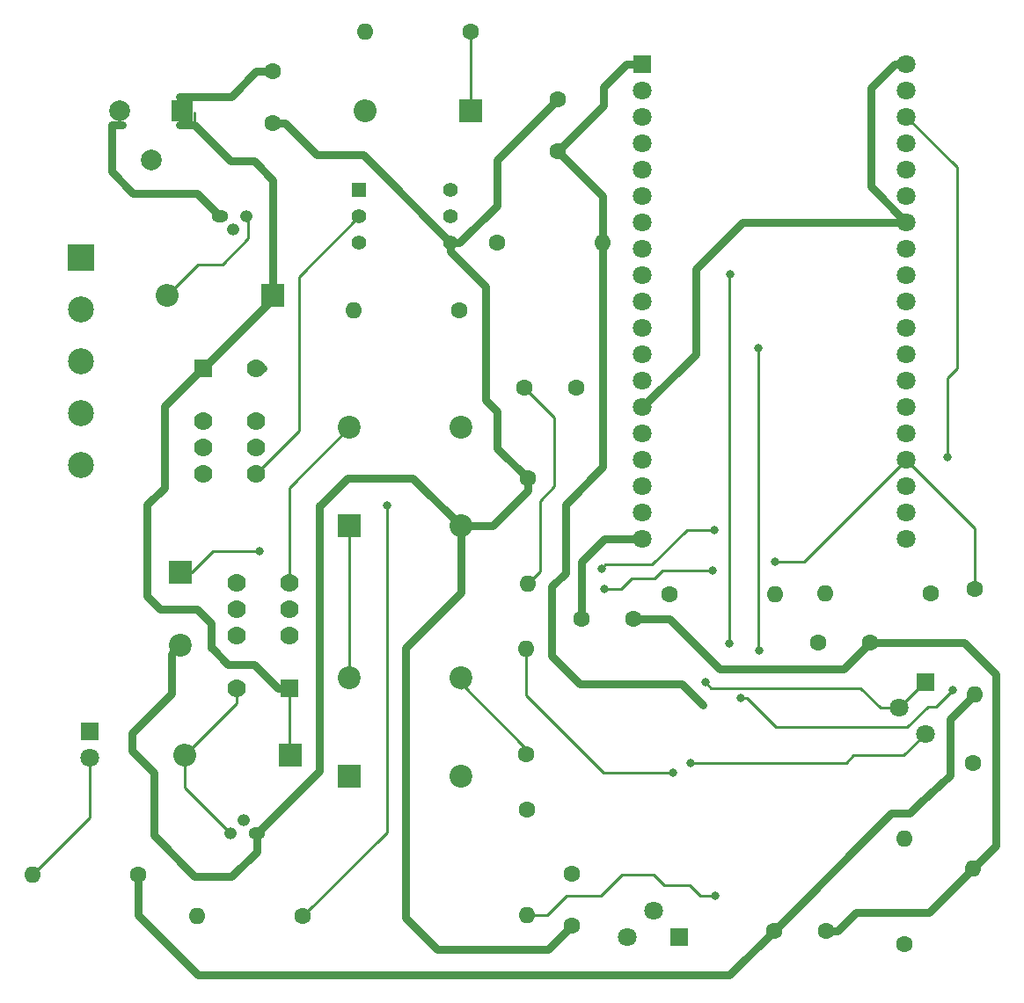
<source format=gbl>
G04 #@! TF.GenerationSoftware,KiCad,Pcbnew,5.1.6-c6e7f7d~87~ubuntu18.04.1*
G04 #@! TF.CreationDate,2020-07-18T23:18:46+02:00*
G04 #@! TF.ProjectId,interfonoRemoto,696e7465-7266-46f6-9e6f-52656d6f746f,A1*
G04 #@! TF.SameCoordinates,Original*
G04 #@! TF.FileFunction,Copper,L2,Bot*
G04 #@! TF.FilePolarity,Positive*
%FSLAX46Y46*%
G04 Gerber Fmt 4.6, Leading zero omitted, Abs format (unit mm)*
G04 Created by KiCad (PCBNEW 5.1.6-c6e7f7d~87~ubuntu18.04.1) date 2020-07-18 23:18:46*
%MOMM*%
%LPD*%
G01*
G04 APERTURE LIST*
G04 #@! TA.AperFunction,ComponentPad*
%ADD10C,1.778000*%
G04 #@! TD*
G04 #@! TA.AperFunction,ComponentPad*
%ADD11R,1.778000X1.778000*%
G04 #@! TD*
G04 #@! TA.AperFunction,ComponentPad*
%ADD12O,1.200000X1.200000*%
G04 #@! TD*
G04 #@! TA.AperFunction,ComponentPad*
%ADD13O,1.600000X1.200000*%
G04 #@! TD*
G04 #@! TA.AperFunction,ComponentPad*
%ADD14R,2.000000X2.000000*%
G04 #@! TD*
G04 #@! TA.AperFunction,ComponentPad*
%ADD15C,2.000000*%
G04 #@! TD*
G04 #@! TA.AperFunction,ComponentPad*
%ADD16C,1.600000*%
G04 #@! TD*
G04 #@! TA.AperFunction,ComponentPad*
%ADD17O,2.200000X2.200000*%
G04 #@! TD*
G04 #@! TA.AperFunction,ComponentPad*
%ADD18R,2.200000X2.200000*%
G04 #@! TD*
G04 #@! TA.AperFunction,ComponentPad*
%ADD19C,1.800000*%
G04 #@! TD*
G04 #@! TA.AperFunction,ComponentPad*
%ADD20R,1.800000X1.800000*%
G04 #@! TD*
G04 #@! TA.AperFunction,ComponentPad*
%ADD21R,2.500000X2.500000*%
G04 #@! TD*
G04 #@! TA.AperFunction,ComponentPad*
%ADD22C,2.500000*%
G04 #@! TD*
G04 #@! TA.AperFunction,ComponentPad*
%ADD23O,1.600000X1.600000*%
G04 #@! TD*
G04 #@! TA.AperFunction,ComponentPad*
%ADD24C,2.200000*%
G04 #@! TD*
G04 #@! TA.AperFunction,ComponentPad*
%ADD25C,1.400000*%
G04 #@! TD*
G04 #@! TA.AperFunction,ComponentPad*
%ADD26R,1.400000X1.400000*%
G04 #@! TD*
G04 #@! TA.AperFunction,ViaPad*
%ADD27C,0.800000*%
G04 #@! TD*
G04 #@! TA.AperFunction,Conductor*
%ADD28C,0.250000*%
G04 #@! TD*
G04 #@! TA.AperFunction,Conductor*
%ADD29C,0.750000*%
G04 #@! TD*
G04 APERTURE END LIST*
D10*
X54853800Y-147025000D03*
X54853800Y-141945000D03*
X54853800Y-139405000D03*
X54853800Y-136865000D03*
X59933800Y-136865000D03*
X59933800Y-139405000D03*
X59933800Y-141945000D03*
D11*
X59933800Y-147025000D03*
D10*
X56776600Y-116218000D03*
X56776600Y-121298000D03*
X56776600Y-123838000D03*
X56776600Y-126378000D03*
X51696600Y-126378000D03*
X51696600Y-123838000D03*
X51696600Y-121298000D03*
D11*
X51696600Y-116218000D03*
D12*
X55852100Y-101600000D03*
X54582100Y-102870000D03*
D13*
X53312100Y-101600000D03*
D12*
X54272200Y-161056000D03*
X55542200Y-159786000D03*
D13*
X56812200Y-161056000D03*
D14*
X49652100Y-91440000D03*
D15*
X43652100Y-91440000D03*
X46652100Y-96140000D03*
D16*
X82602100Y-118110000D03*
X87602100Y-118110000D03*
X93070000Y-140360000D03*
X88070000Y-140360000D03*
X85808800Y-90303300D03*
X85808800Y-95303300D03*
X111580000Y-170400000D03*
X106580000Y-170400000D03*
X87150000Y-164890000D03*
X87150000Y-169890000D03*
X58392100Y-92630000D03*
X58392100Y-87630000D03*
X110840000Y-142680000D03*
X115840000Y-142680000D03*
D17*
X49865000Y-153500000D03*
D18*
X60025000Y-153500000D03*
D17*
X67282100Y-91440000D03*
D18*
X77442100Y-91440000D03*
D17*
X48232100Y-109220000D03*
D18*
X58392100Y-109220000D03*
D19*
X40718700Y-153706000D03*
D20*
X40718700Y-151166000D03*
D21*
X39922100Y-105570000D03*
D22*
X39922100Y-110570000D03*
X39922100Y-125570000D03*
X39922100Y-120570000D03*
X39922100Y-115570000D03*
D23*
X67282100Y-83820000D03*
D16*
X77442100Y-83820000D03*
D23*
X51117500Y-169004000D03*
D16*
X61277500Y-169004000D03*
D23*
X90142100Y-104140000D03*
D16*
X79982100Y-104140000D03*
D23*
X82923400Y-137010000D03*
D16*
X82923400Y-126850000D03*
D23*
X82783700Y-143223000D03*
D16*
X82783700Y-153383000D03*
D23*
X82820000Y-168910000D03*
D16*
X82820000Y-158750000D03*
D23*
X66110000Y-110690000D03*
D16*
X76270000Y-110690000D03*
D23*
X111510000Y-137890000D03*
D16*
X121670000Y-137890000D03*
D23*
X119180000Y-161530000D03*
D16*
X119180000Y-171690000D03*
D23*
X35260000Y-164970000D03*
D16*
X45420000Y-164970000D03*
D23*
X125950000Y-147610000D03*
D16*
X125950000Y-137450000D03*
D23*
X125722000Y-164445000D03*
D16*
X125722000Y-154285000D03*
D20*
X97500000Y-171000000D03*
D19*
X95000000Y-168460000D03*
X92500000Y-171000000D03*
D20*
X121150000Y-146450000D03*
D19*
X118610000Y-148950000D03*
X121150000Y-151450000D03*
D24*
X49502100Y-142900000D03*
D18*
X49502100Y-135890000D03*
D24*
X76442100Y-155550000D03*
D18*
X65742100Y-155550000D03*
D24*
X76442100Y-146050000D03*
X65742100Y-146050000D03*
X76442100Y-131420000D03*
D18*
X65742100Y-131420000D03*
D24*
X76442100Y-121920000D03*
X65742100Y-121920000D03*
D25*
X75492100Y-99060000D03*
X75492100Y-101600000D03*
X75492100Y-104140000D03*
X66692100Y-104140000D03*
X66692100Y-101600000D03*
D26*
X66692100Y-99060000D03*
D19*
X119352000Y-132640000D03*
X119352000Y-130100000D03*
X119352000Y-127560000D03*
X119352000Y-125020000D03*
X119352000Y-122480000D03*
X119352000Y-119940000D03*
X119352000Y-117400000D03*
X119352000Y-114860000D03*
X119352000Y-112320000D03*
X119352000Y-109780000D03*
X119352000Y-107240000D03*
X119352000Y-104700000D03*
X119352000Y-102160000D03*
X119352000Y-99620000D03*
X119352000Y-97080000D03*
X119352000Y-94540000D03*
X119352000Y-92000000D03*
X119352000Y-89460000D03*
X119352000Y-86920000D03*
X93952000Y-130100000D03*
X93952000Y-127560000D03*
X93952000Y-125020000D03*
X93952000Y-122480000D03*
X93952000Y-119940000D03*
X93952000Y-117400000D03*
X93952000Y-114860000D03*
X93952000Y-112320000D03*
X93952000Y-109780000D03*
X93952000Y-107240000D03*
X93952000Y-104700000D03*
X93952000Y-102160000D03*
X93952000Y-99620000D03*
X93952000Y-97080000D03*
X93952000Y-94540000D03*
X93952000Y-92000000D03*
X93952000Y-132640000D03*
X93952000Y-89460000D03*
D20*
X93952000Y-86920000D03*
D23*
X106690000Y-137970000D03*
D16*
X96530000Y-137970000D03*
D27*
X89990000Y-135510000D03*
X100850000Y-131780000D03*
X101350000Y-145175000D03*
X99800000Y-148700000D03*
X69355750Y-129474250D03*
X96875000Y-155200000D03*
X100925000Y-167075000D03*
X100000000Y-146500000D03*
X57130000Y-133870000D03*
X90300000Y-137530000D03*
X100680000Y-135680000D03*
X106735001Y-134894999D03*
X103400000Y-148000000D03*
X123800000Y-147200000D03*
X98575000Y-154225000D03*
X102370000Y-107200000D03*
X102340000Y-142770000D03*
X105130000Y-114320000D03*
X105140000Y-143389200D03*
X123275000Y-124825000D03*
D28*
X90389999Y-135110001D02*
X94869999Y-135110001D01*
X89990000Y-135510000D02*
X90389999Y-135110001D01*
X94869999Y-135110001D02*
X98200000Y-131780000D01*
X98200000Y-131780000D02*
X100850000Y-131780000D01*
X100850000Y-131780000D02*
X100850000Y-131780000D01*
X85480000Y-120987900D02*
X82602100Y-118110000D01*
X85480000Y-127620000D02*
X85480000Y-120987900D01*
X82923400Y-137010000D02*
X84108000Y-135825400D01*
X84108000Y-128992000D02*
X85480000Y-127620000D01*
X84108000Y-135825400D02*
X84108000Y-128992000D01*
X93952000Y-119940000D02*
X93952100Y-119940000D01*
D29*
X119352000Y-102160000D02*
X111732000Y-102160000D01*
D28*
X43477100Y-91614900D02*
X43477100Y-90965100D01*
X43477100Y-91914900D02*
X43477100Y-91614900D01*
D29*
X116800000Y-168642000D02*
X121525000Y-168642000D01*
X121525000Y-168642000D02*
X125722000Y-164445000D01*
X82923400Y-126850000D02*
X82923400Y-127982000D01*
X82923400Y-127982000D02*
X79484900Y-131420000D01*
X79484900Y-131420000D02*
X76442100Y-131420000D01*
X75492100Y-104140000D02*
X75492100Y-104989000D01*
X75492100Y-104989000D02*
X78840000Y-108336000D01*
X78840000Y-108336000D02*
X78840000Y-119280000D01*
X78840000Y-119280000D02*
X79980000Y-120420000D01*
X79980000Y-120420000D02*
X79980000Y-123907000D01*
X79980000Y-123907000D02*
X82923400Y-126850000D01*
X75492100Y-104140000D02*
X76340600Y-104140000D01*
X76340600Y-104140000D02*
X79940000Y-100541000D01*
X79940000Y-100541000D02*
X79940000Y-96172200D01*
X79940000Y-96172200D02*
X85808800Y-90303300D01*
D28*
X43652100Y-91440000D02*
X43477100Y-91614900D01*
X43477100Y-91614900D02*
X43477100Y-91914900D01*
X43652100Y-91440000D02*
X43652100Y-91914900D01*
X43652100Y-91914900D02*
X43477100Y-91914900D01*
X85008800Y-91103300D02*
X85808800Y-90303300D01*
D29*
X118248914Y-86920000D02*
X115920000Y-89248914D01*
X119352000Y-86920000D02*
X118248914Y-86920000D01*
X115920000Y-98728000D02*
X119352000Y-102160000D01*
X115920000Y-89248914D02*
X115920000Y-98728000D01*
X84865000Y-172175000D02*
X87150000Y-169890000D01*
X76442100Y-131420000D02*
X76442100Y-137828000D01*
X76442100Y-137828000D02*
X71150000Y-143120000D01*
X71150000Y-169140000D02*
X74230000Y-172220000D01*
X74230000Y-172220000D02*
X84820000Y-172220000D01*
X71150000Y-143120000D02*
X71150000Y-169140000D01*
X84820000Y-172220000D02*
X84865000Y-172175000D01*
X59523400Y-92630000D02*
X58392100Y-92630000D01*
X62573400Y-95680000D02*
X59523400Y-92630000D01*
X67040000Y-95680000D02*
X62573400Y-95680000D01*
X67800000Y-96440000D02*
X67040000Y-95680000D01*
X67800000Y-96447900D02*
X67800000Y-96440000D01*
X75492100Y-104140000D02*
X67800000Y-96447900D01*
X43913900Y-92815100D02*
X42913900Y-92815100D01*
X42850000Y-92751200D02*
X42850000Y-97290000D01*
X42850000Y-97290000D02*
X44930000Y-99370000D01*
X42913900Y-92815100D02*
X42850000Y-92751200D01*
X65590000Y-126790000D02*
X71812100Y-126790000D01*
X62910000Y-129470000D02*
X65590000Y-126790000D01*
X71812100Y-126790000D02*
X76442100Y-131420000D01*
X62850000Y-129470000D02*
X62910000Y-129470000D01*
X111732100Y-170247900D02*
X111580000Y-170400000D01*
X114469370Y-168642000D02*
X116800000Y-168642000D01*
X112711370Y-170400000D02*
X114469370Y-168642000D01*
X111580000Y-170400000D02*
X112711370Y-170400000D01*
X127950000Y-145780000D02*
X127950000Y-162217000D01*
X127950000Y-162217000D02*
X125722000Y-164445000D01*
X127990000Y-145740000D02*
X127950000Y-145780000D01*
X115840000Y-142680000D02*
X124930000Y-142680000D01*
X124930000Y-142680000D02*
X127990000Y-145740000D01*
X99046036Y-114846036D02*
X99046036Y-106693964D01*
X99046036Y-114846036D02*
X93952100Y-119940000D01*
X103580000Y-102160000D02*
X111732000Y-102160000D01*
X99046036Y-106693964D02*
X103580000Y-102160000D01*
X113475000Y-145000000D02*
X115840000Y-142680000D01*
X113300000Y-145175000D02*
X113475000Y-145000000D01*
X101350000Y-145175000D02*
X113300000Y-145175000D01*
X96535000Y-140360000D02*
X93070000Y-140360000D01*
X101350000Y-145175000D02*
X96535000Y-140360000D01*
X51082100Y-99370000D02*
X53312100Y-101600000D01*
X44930000Y-99370000D02*
X51082100Y-99370000D01*
X56819000Y-161056000D02*
X62850000Y-155025000D01*
X56812200Y-161056000D02*
X56819000Y-161056000D01*
X62850000Y-155025000D02*
X62850000Y-154900000D01*
X62850000Y-154900000D02*
X62850000Y-129470000D01*
X48651100Y-143751000D02*
X49502100Y-142900000D01*
X44800000Y-151380000D02*
X48651100Y-147529000D01*
X44800000Y-153090000D02*
X44800000Y-151380000D01*
X48651100Y-147529000D02*
X48651100Y-143751000D01*
X56812200Y-162762800D02*
X54404000Y-165171000D01*
X56812200Y-161056000D02*
X56812200Y-162762800D01*
X50827500Y-165171000D02*
X46890000Y-161233000D01*
X46890000Y-161233000D02*
X46890000Y-155180000D01*
X54404000Y-165171000D02*
X50827500Y-165171000D01*
X46890000Y-155180000D02*
X44800000Y-153090000D01*
X50798000Y-92815100D02*
X49390300Y-92815100D01*
X56593500Y-96283500D02*
X54266500Y-96283500D01*
X54266500Y-96283500D02*
X50798000Y-92815100D01*
D28*
X50798000Y-91565900D02*
X50798000Y-92815100D01*
D29*
X52299000Y-90064900D02*
X49390300Y-90064900D01*
X58392100Y-87630000D02*
X56780700Y-87630000D01*
X56780700Y-87630000D02*
X54345800Y-90064900D01*
X54345800Y-90064900D02*
X52299000Y-90064900D01*
X56655000Y-96345000D02*
X58392100Y-98082100D01*
X58392100Y-98082100D02*
X58392100Y-109220000D01*
X56593500Y-96283500D02*
X56655000Y-96345000D01*
X56593500Y-96283500D02*
X56655000Y-96345000D01*
D28*
X49652100Y-91440000D02*
X49827000Y-91440000D01*
X49827000Y-91440000D02*
X49827000Y-91914900D01*
X49827000Y-91914900D02*
X49477100Y-91914900D01*
D29*
X46240000Y-138200000D02*
X46240000Y-129400000D01*
X52470000Y-140820000D02*
X51090000Y-139440000D01*
X46240000Y-129400000D02*
X47930000Y-127710000D01*
X51090000Y-139440000D02*
X47480000Y-139440000D01*
X47480000Y-139440000D02*
X46240000Y-138200000D01*
X88070000Y-134870000D02*
X88070000Y-140360000D01*
X93952000Y-132640000D02*
X90300000Y-132640000D01*
X90300000Y-132640000D02*
X88070000Y-134870000D01*
X51607000Y-116218000D02*
X47930000Y-119895000D01*
X51696600Y-116218000D02*
X51607000Y-116218000D01*
X47930000Y-127710000D02*
X47930000Y-119895000D01*
X58392100Y-109522500D02*
X51696600Y-116218000D01*
X58392100Y-109220000D02*
X58392100Y-109522500D01*
X59933800Y-147025000D02*
X58850000Y-147025000D01*
X58850000Y-147025000D02*
X56575000Y-144750000D01*
X56575000Y-144750000D02*
X54050000Y-144750000D01*
X54050000Y-144750000D02*
X52480000Y-143180000D01*
X52480000Y-143180000D02*
X52470000Y-143180000D01*
X52470000Y-143180000D02*
X52470000Y-140820000D01*
D28*
X59933800Y-153408800D02*
X60025000Y-153500000D01*
X59933800Y-147025000D02*
X59933800Y-153408800D01*
D29*
X123580000Y-155430000D02*
X123580000Y-149980000D01*
X123580000Y-149980000D02*
X125950000Y-147610000D01*
X93952100Y-86920000D02*
X93952000Y-86920000D01*
X85808800Y-95303300D02*
X90142100Y-99636600D01*
X90142100Y-99636600D02*
X90142100Y-104140000D01*
X93952000Y-86920000D02*
X92422100Y-86920000D01*
X90142100Y-123547900D02*
X90142100Y-104140000D01*
X90142100Y-125737900D02*
X90142100Y-123547900D01*
X86520000Y-135940000D02*
X86520000Y-129360000D01*
X86520000Y-129360000D02*
X90142100Y-125737900D01*
X85220000Y-137240000D02*
X86520000Y-135940000D01*
X86608799Y-94503301D02*
X86608799Y-94491201D01*
X85808800Y-95303300D02*
X86608799Y-94503301D01*
X90156033Y-90943967D02*
X90156033Y-89186033D01*
X86608799Y-94491201D02*
X90156033Y-90943967D01*
X92422100Y-86920000D02*
X90156033Y-89186033D01*
X45420000Y-168917400D02*
X45420000Y-164970000D01*
X45633600Y-169131000D02*
X45420000Y-168917400D01*
X51192700Y-174690000D02*
X45633600Y-169131000D01*
X106580000Y-170400000D02*
X102290000Y-174690000D01*
X102290000Y-174690000D02*
X51192700Y-174690000D01*
X117920000Y-159060000D02*
X106580000Y-170400000D01*
X117920000Y-159060000D02*
X119690000Y-159060000D01*
X119690000Y-159060000D02*
X120625000Y-158125000D01*
X120625000Y-158125000D02*
X123580000Y-155430000D01*
D28*
X85220000Y-143930000D02*
X85220000Y-143995000D01*
D29*
X85220000Y-143930000D02*
X85220000Y-137240000D01*
X97725000Y-146625000D02*
X99800000Y-148700000D01*
X85220000Y-143930000D02*
X87915000Y-146625000D01*
X87915000Y-146625000D02*
X97725000Y-146625000D01*
D28*
X54272200Y-161056000D02*
X54272200Y-161281000D01*
X50175000Y-156958800D02*
X50175000Y-156950000D01*
X49865000Y-156648800D02*
X50533100Y-157316900D01*
X49865000Y-153500000D02*
X49865000Y-156648800D01*
X54272200Y-161056000D02*
X50533100Y-157316900D01*
X50533100Y-157316900D02*
X50175000Y-156958800D01*
X54853800Y-148511200D02*
X49865000Y-153500000D01*
X54853800Y-147025000D02*
X54853800Y-148511200D01*
X77442100Y-91440000D02*
X77442100Y-84951400D01*
X77442100Y-83820000D02*
X77442100Y-84951400D01*
X65742100Y-131420000D02*
X65742100Y-146050000D01*
X60871050Y-122283550D02*
X60017300Y-123137300D01*
X60871050Y-107421050D02*
X60871050Y-122283550D01*
X56776600Y-126378000D02*
X60017300Y-123137300D01*
X60871050Y-107421050D02*
X66692100Y-101600000D01*
D29*
X57402300Y-116218000D02*
X56776600Y-116218000D01*
D28*
X48232100Y-109220000D02*
X51202100Y-106250000D01*
X51202100Y-106250000D02*
X53500000Y-106250000D01*
X53500000Y-106250000D02*
X56025000Y-103725000D01*
X56025000Y-101772900D02*
X55852100Y-101600000D01*
X56025000Y-103725000D02*
X56025000Y-101772900D01*
X40718700Y-159511300D02*
X35260000Y-164970000D01*
X40718700Y-157068700D02*
X40718700Y-159511300D01*
X40718700Y-157068700D02*
X40718700Y-153706000D01*
X69355750Y-160925750D02*
X69355750Y-129474250D01*
X61277500Y-169004000D02*
X69355750Y-160925750D01*
X76442100Y-146545500D02*
X82783700Y-152887100D01*
X82783700Y-152887100D02*
X82783700Y-153383000D01*
X76442100Y-146545500D02*
X76442100Y-146050000D01*
X76442100Y-147041000D02*
X76442100Y-146545500D01*
X96875000Y-155200000D02*
X96875000Y-155200000D01*
X90225000Y-155200000D02*
X96875000Y-155200000D01*
X82783700Y-143223000D02*
X82783700Y-147758700D01*
X82783700Y-147758700D02*
X90225000Y-155200000D01*
X84795002Y-168910000D02*
X86630002Y-167075000D01*
X82820000Y-168910000D02*
X84795002Y-168910000D01*
X100925000Y-167075000D02*
X100925000Y-167075000D01*
X89925000Y-167075000D02*
X92000000Y-165000000D01*
X86630002Y-167075000D02*
X89925000Y-167075000D01*
X98500000Y-166000000D02*
X99500000Y-167000000D01*
X99500000Y-167000000D02*
X100925000Y-167075000D01*
X96000000Y-166000000D02*
X95000000Y-165000000D01*
X98500000Y-166000000D02*
X96000000Y-166000000D01*
X92000000Y-165000000D02*
X95000000Y-165000000D01*
X116845000Y-148950000D02*
X118610000Y-148950000D01*
X114920000Y-147025000D02*
X116845000Y-148950000D01*
X121110000Y-146450000D02*
X121150000Y-146450000D01*
X118610000Y-148950000D02*
X121110000Y-146450000D01*
X100525000Y-147025000D02*
X100000000Y-146500000D01*
X100525000Y-147025000D02*
X114920000Y-147025000D01*
X100000000Y-146500000D02*
X100000000Y-146500000D01*
X119352000Y-125020000D02*
X125950000Y-131618000D01*
X125950000Y-131618000D02*
X125950000Y-137450000D01*
X50603100Y-135890000D02*
X52623100Y-133870000D01*
X49502100Y-135890000D02*
X50603100Y-135890000D01*
X52623100Y-133870000D02*
X57130000Y-133870000D01*
X57130000Y-133870000D02*
X57130000Y-133870000D01*
X100680000Y-135680000D02*
X100680000Y-135680000D01*
X107300686Y-134894999D02*
X107305685Y-134890000D01*
X106735001Y-134894999D02*
X107300686Y-134894999D01*
X109482000Y-134890000D02*
X119352000Y-125020000D01*
X107305685Y-134890000D02*
X109482000Y-134890000D01*
X91890000Y-137530000D02*
X90300000Y-137530000D01*
X92940000Y-136480000D02*
X91890000Y-137530000D01*
X95090000Y-136480000D02*
X92940000Y-136480000D01*
X95890000Y-135680000D02*
X95090000Y-136480000D01*
X100680000Y-135680000D02*
X95890000Y-135680000D01*
X103965685Y-148000000D02*
X106765685Y-150800000D01*
X103400000Y-148000000D02*
X103965685Y-148000000D01*
X106765685Y-150800000D02*
X119400000Y-150800000D01*
X119400000Y-150800000D02*
X121400000Y-148800000D01*
X121400000Y-148800000D02*
X122200000Y-148800000D01*
X122200000Y-148800000D02*
X123800000Y-147200000D01*
X123800000Y-147200000D02*
X123800000Y-147200000D01*
X98575000Y-154225000D02*
X113550000Y-154225000D01*
X113550000Y-154225000D02*
X114275000Y-153500000D01*
X119100000Y-153500000D02*
X121150000Y-151450000D01*
X114275000Y-153500000D02*
X119100000Y-153500000D01*
X59933800Y-136865000D02*
X59933800Y-127728300D01*
X59933800Y-127728300D02*
X65742100Y-121920000D01*
X102340000Y-141071600D02*
X102340000Y-142770000D01*
X102334200Y-141065800D02*
X102340000Y-141071600D01*
X102334200Y-136907600D02*
X102334200Y-141065800D01*
X102334200Y-136907600D02*
X102334200Y-114695800D01*
X102334200Y-107295800D02*
X102370000Y-107260000D01*
X102334200Y-107794200D02*
X102334200Y-107365800D01*
X102334200Y-107794200D02*
X102334200Y-107295800D01*
X102334200Y-114695800D02*
X102334200Y-107794200D01*
X102340000Y-142770000D02*
X102340000Y-142770000D01*
X105130400Y-137165300D02*
X105130400Y-143379600D01*
X105130400Y-143379600D02*
X105140000Y-143389200D01*
X105130400Y-137165300D02*
X105130400Y-114789600D01*
X105130400Y-114789600D02*
X105130000Y-114789200D01*
X105130000Y-114789200D02*
X105130000Y-114320000D01*
X105130000Y-114320000D02*
X105130000Y-114320000D01*
X105140000Y-143389200D02*
X105140000Y-143389200D01*
X123275000Y-117147598D02*
X124200000Y-116222598D01*
X123275000Y-124825000D02*
X123275000Y-117147598D01*
X124200000Y-96848000D02*
X119352000Y-92000000D01*
X124200000Y-116222598D02*
X124200000Y-96848000D01*
M02*

</source>
